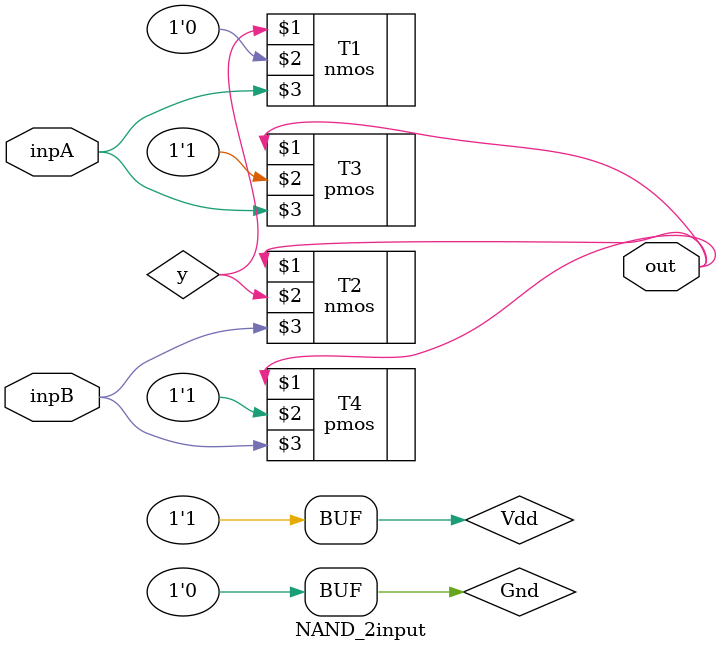
<source format=v>
`timescale 1ns/1ns
module NAND_2input( input inpA, inpB, output out);
	
	wire y;
	supply1 Vdd;
	supply0 Gnd;

	nmos #(3,4,5) T1( y, Gnd, inpA);
	nmos #(3,4,5) T2( out, y, inpB);
	
	pmos #(5,6,7) T3( out, Vdd, inpA);
	pmos #(5,6,7) T4( out, Vdd, inpB);
endmodule

</source>
